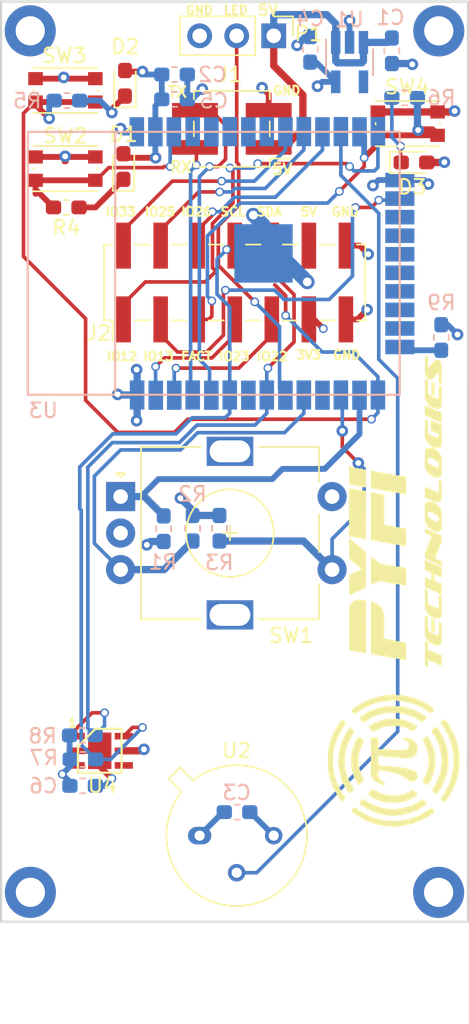
<source format=kicad_pcb>
(kicad_pcb (version 20171130) (host pcbnew 5.1.2-f72e74a~84~ubuntu19.04.1)
  (title_block (title "Liger v0.2") (date 2016-09-21) (company PYFI))
  (layers (0 F.Cu signal) (1 In1.Cu power) (2 In2.Cu power) (31 B.Cu signal) (34 B.Paste user) (35 F.Paste user) (36 B.SilkS user) (37 F.SilkS user) (38 B.Mask user) (39 F.Mask user) (44 Edge.Cuts user))
  (net 0 "")
  (net 1 GND)
  (net 2 "Net-(D1-Pad1)")
  (net 3 "Net-(D2-Pad1)")
  (net 4 "Net-(D3-Pad1)")
  (net 5 /3V3)
  (net 6 /TXD)
  (net 7 /RXD)
  (net 8 /5V)
  (net 9 /microcontroller/SDA)
  (net 10 /microcontroller/IO22)
  (net 11 /microcontroller/SCL)
  (net 12 /microcontroller/IO23)
  (net 13 /microcontroller/IO26)
  (net 14 /microcontroller/IO13)
  (net 15 /microcontroller/IO25)
  (net 16 /microcontroller/IO12)
  (net 17 /microcontroller/IO33)
  (net 18 /LED_IO)
  (net 19 /CLK_IO)
  (net 20 /DT_IO)
  (net 21 /microcontroller/EN)
  (net 22 /microcontroller/PROG)
  (net 23 /microcontroller/FACT)
  (net 24 /SW_IO)
  (net 25 /PIR_IO)
  (net 26 "Net-(U3-Pad5)")
  (net 27 "Net-(U3-Pad4)")
  (net 28 /microcontroller/IO32)
  (net 29 /microcontroller/IO35)
  (net 30 /microcontroller/IO34)
  (net 31 /microcontroller/IO17)
  (net 32 "Net-(U3-Pad18)")
  (net 33 "Net-(U3-Pad17)")
  (net 34 "Net-(U3-Pad21)")
  (net 35 "Net-(U3-Pad22)")
  (net 36 "Net-(U3-Pad20)")
  (net 37 "Net-(U3-Pad19)")
  (net 38 "Net-(U3-Pad23)")
  (net 39 /microcontroller/5V)
  (net 40 "Net-(R9-Pad2)")
  (module open-automation:LOGO (layer F.Cu) (at 158.79366 100.22242 90)
    (fp_text reference LOGO hide)
    (fp_text value "" (at -24.5 -19.03 90) (layer F.SilkS) (effects (font (size 1.524 1.524))))
  )
  (module Capacitor_SMD:C_0603_1608Metric_Pad1.05x0.95mm_HandSolder (layer B.Cu) (at 136.09366 108.62242)
    (fp_text reference C6 (at -2.7 0) (layer B.SilkS) (effects (justify mirror)))
    (fp_text value C_0.1uF)
    (pad 2 smd roundrect (at 0.875 0) (size 1.05 0.95) (layers B.Cu B.Paste B.Mask) (net 1 GND))
    (pad 1 smd roundrect (at -0.875 0) (size 1.05 0.95) (layers B.Cu B.Paste B.Mask) (net 5 /3V3))
  )
  (module Resistor_SMD:R_0603_1608Metric_Pad1.05x0.95mm_HandSolder (layer B.Cu) (at 145.47342 90.98534 90)
    (fp_text reference R3 (at -2.3495 -0.01524 180) (layer B.SilkS) (effects (justify mirror)))
    (fp_text value R_10K)
    (pad 2 smd roundrect (at 0.875 0 90) (size 1.05 0.95) (layers B.Cu B.Paste B.Mask) (net 5 /3V3))
    (pad 1 smd roundrect (at -0.875 0 90) (size 1.05 0.95) (layers B.Cu B.Paste B.Mask) (net 24 /SW_IO))
  )
  (module Button_Switch_SMD:SW_Push_1P1T_NO_CK_KMR2 (layer F.Cu) (at 134.9121 61.00572 180)
    (fp_text reference SW3 (at 0.0762 2.3833) (layer F.SilkS))
    (fp_text value SW_PUSH)
    (pad 2 smd rect (at 2.05 0.8 270) (size 0.9 1) (layers F.Cu F.Paste F.Mask) (net 1 GND))
    (pad 1 smd rect (at 2.05 -0.8 270) (size 0.9 1) (layers F.Cu F.Paste F.Mask) (net 22 /microcontroller/PROG))
    (pad 2 smd rect (at -2.05 0.8 270) (size 0.9 1) (layers F.Cu F.Paste F.Mask) (net 1 GND))
    (pad 1 smd rect (at -2.05 -0.8 270) (size 0.9 1) (layers F.Cu F.Paste F.Mask) (net 22 /microcontroller/PROG))
  )
  (module Button_Switch_SMD:SW_Push_1P1T_NO_CK_KMR2 (layer F.Cu) (at 158.37884 63.2856 180)
    (fp_text reference SW4 (at 0.04296 2.52232) (layer F.SilkS))
    (fp_text value SW_PUSH)
    (pad 2 smd rect (at 2.05 0.8 270) (size 0.9 1) (layers F.Cu F.Paste F.Mask) (net 1 GND))
    (pad 1 smd rect (at 2.05 -0.8 270) (size 0.9 1) (layers F.Cu F.Paste F.Mask) (net 23 /microcontroller/FACT))
    (pad 2 smd rect (at -2.05 0.8 270) (size 0.9 1) (layers F.Cu F.Paste F.Mask) (net 1 GND))
    (pad 1 smd rect (at -2.05 -0.8 270) (size 0.9 1) (layers F.Cu F.Paste F.Mask) (net 23 /microcontroller/FACT))
  )
  (module Package_TO_SOT_SMD:SOT-23-5_HandSoldering (layer B.Cu) (at 154.39366 59.07242 270)
    (fp_text reference U1 (at -2.9083 0.02032 180) (layer B.SilkS) (effects (justify mirror)))
    (fp_text value AP2112)
    (pad 5 smd rect (at 1.35 0.95 270) (size 1.56 0.65) (layers B.Cu B.Paste B.Mask) (net 5 /3V3))
    (pad 4 smd rect (at 1.35 -0.95 270) (size 1.56 0.65) (layers B.Cu B.Paste B.Mask))
    (pad 3 smd rect (at -1.35 -0.95 270) (size 1.56 0.65) (layers B.Cu B.Paste B.Mask) (net 8 /5V))
    (pad 2 smd rect (at -1.35 0 270) (size 1.56 0.65) (layers B.Cu B.Paste B.Mask) (net 1 GND))
    (pad 1 smd rect (at -1.35 0.95 270) (size 1.56 0.65) (layers B.Cu B.Paste B.Mask) (net 8 /5V))
  )
  (module Button_Switch_SMD:SW_Push_1P1T_NO_CK_KMR2 (layer F.Cu) (at 134.9121 66.36484 180)
    (fp_text reference SW2 (at 0 2.24242) (layer F.SilkS))
    (fp_text value SW_PUSH)
    (pad 2 smd rect (at 2.05 0.8 270) (size 0.9 1) (layers F.Cu F.Paste F.Mask) (net 1 GND))
    (pad 1 smd rect (at 2.05 -0.8 270) (size 0.9 1) (layers F.Cu F.Paste F.Mask) (net 21 /microcontroller/EN))
    (pad 2 smd rect (at -2.05 0.8 270) (size 0.9 1) (layers F.Cu F.Paste F.Mask) (net 1 GND))
    (pad 1 smd rect (at -2.05 -0.8 270) (size 0.9 1) (layers F.Cu F.Paste F.Mask) (net 21 /microcontroller/EN))
  )
  (module Connector_PinHeader_2.54mm:PinHeader_1x03_P2.54mm_Vertical (layer F.Cu) (at 149.19452 57.27192 270)
    (fp_text reference P1 (at -0.1495 -2.39914 180) (layer F.SilkS))
    (fp_text value CONN_01X03)
    (pad 3 thru_hole oval (at 0 5.08 270) (size 1.7 1.7) (drill 1) (layers *.Cu *.Mask) (net 1 GND))
    (pad 2 thru_hole oval (at 0 2.54 270) (size 1.7 1.7) (drill 1) (layers *.Cu *.Mask) (net 18 /LED_IO))
    (pad 1 thru_hole rect (at 0 0 270) (size 1.7 1.7) (drill 1) (layers *.Cu *.Mask) (net 8 /5V))
  )
  (module Capacitor_SMD:C_0603_1608Metric_Pad1.05x0.95mm_HandSolder (layer B.Cu) (at 157.29366 58.29742 270)
    (fp_text reference C1 (at -2.275 0.1 180) (layer B.SilkS) (effects (justify mirror)))
    (fp_text value C_1uF)
    (pad 2 smd roundrect (at 0.875 0 270) (size 1.05 0.95) (layers B.Cu B.Paste B.Mask) (net 1 GND))
    (pad 1 smd roundrect (at -0.875 0 270) (size 1.05 0.95) (layers B.Cu B.Paste B.Mask) (net 8 /5V))
  )
  (module Capacitor_SMD:C_0603_1608Metric_Pad1.05x0.95mm_HandSolder (layer B.Cu) (at 142.39366 59.92242)
    (fp_text reference C2 (at 2.6 0 180) (layer B.SilkS) (effects (justify mirror)))
    (fp_text value C_1uF)
    (pad 2 smd roundrect (at 0.875 0) (size 1.05 0.95) (layers B.Cu B.Paste B.Mask) (net 1 GND))
    (pad 1 smd roundrect (at -0.875 0) (size 1.05 0.95) (layers B.Cu B.Paste B.Mask) (net 5 /3V3))
  )
  (module Capacitor_SMD:C_0603_1608Metric_Pad1.05x0.95mm_HandSolder (layer B.Cu) (at 146.67738 110.42142)
    (fp_text reference C3 (at -0.02032 -1.3335) (layer B.SilkS) (effects (justify mirror)))
    (fp_text value C_0.1uF)
    (pad 2 smd roundrect (at 0.875 0) (size 1.05 0.95) (layers B.Cu B.Paste B.Mask) (net 1 GND))
    (pad 1 smd roundrect (at -0.875 0) (size 1.05 0.95) (layers B.Cu B.Paste B.Mask) (net 5 /3V3))
  )
  (module Connector_PinHeader_2.54mm:PinHeader_2x07_P2.54mm_Vertical_SMD (layer F.Cu) (at 146.5214 74.16212 90)
    (fp_text reference J2 (at -3.4603 -9.32774 180) (layer F.SilkS))
    (fp_text value Conn_02x07_Odd_Even)
    (pad 14 smd rect (at 2.525 7.62 90) (size 3.15 1) (layers F.Cu F.Paste F.Mask) (net 1 GND))
    (pad 13 smd rect (at -2.525 7.62 90) (size 3.15 1) (layers F.Cu F.Paste F.Mask) (net 1 GND))
    (pad 12 smd rect (at 2.525 5.08 90) (size 3.15 1) (layers F.Cu F.Paste F.Mask) (net 39 /microcontroller/5V))
    (pad 11 smd rect (at -2.525 5.08 90) (size 3.15 1) (layers F.Cu F.Paste F.Mask) (net 5 /3V3))
    (pad 10 smd rect (at 2.525 2.54 90) (size 3.15 1) (layers F.Cu F.Paste F.Mask) (net 9 /microcontroller/SDA))
    (pad 9 smd rect (at -2.525 2.54 90) (size 3.15 1) (layers F.Cu F.Paste F.Mask) (net 10 /microcontroller/IO22))
    (pad 8 smd rect (at 2.525 0 90) (size 3.15 1) (layers F.Cu F.Paste F.Mask) (net 11 /microcontroller/SCL))
    (pad 7 smd rect (at -2.525 0 90) (size 3.15 1) (layers F.Cu F.Paste F.Mask) (net 12 /microcontroller/IO23))
    (pad 6 smd rect (at 2.525 -2.54 90) (size 3.15 1) (layers F.Cu F.Paste F.Mask) (net 13 /microcontroller/IO26))
    (pad 5 smd rect (at -2.525 -2.54 90) (size 3.15 1) (layers F.Cu F.Paste F.Mask) (net 23 /microcontroller/FACT))
    (pad 4 smd rect (at 2.525 -5.08 90) (size 3.15 1) (layers F.Cu F.Paste F.Mask) (net 15 /microcontroller/IO25))
    (pad 3 smd rect (at -2.525 -5.08 90) (size 3.15 1) (layers F.Cu F.Paste F.Mask) (net 14 /microcontroller/IO13))
    (pad 2 smd rect (at 2.525 -7.62 90) (size 3.15 1) (layers F.Cu F.Paste F.Mask) (net 17 /microcontroller/IO33))
    (pad 1 smd rect (at -2.525 -7.62 90) (size 3.15 1) (layers F.Cu F.Paste F.Mask) (net 16 /microcontroller/IO12))
  )
  (module Connector_PinHeader_2.54mm:PinHeader_2x02_P2.54mm_Vertical_SMD (layer F.Cu) (at 146.3194 63.64224 180)
    (fp_text reference J1 (at 0.12574 3.71982) (layer F.SilkS))
    (fp_text value Conn_02x02_Odd_Even)
    (pad 4 smd rect (at 2.525 1.27 180) (size 3.15 1) (layers F.Cu F.Paste F.Mask) (net 7 /RXD))
    (pad 3 smd rect (at -2.525 1.27 180) (size 3.15 1) (layers F.Cu F.Paste F.Mask) (net 1 GND))
    (pad 2 smd rect (at 2.525 -1.27 180) (size 3.15 1) (layers F.Cu F.Paste F.Mask) (net 6 /TXD))
    (pad 1 smd rect (at -2.525 -1.27 180) (size 3.15 1) (layers F.Cu F.Paste F.Mask) (net 8 /5V))
  )
  (module open-automation:SI7020-A20 (layer F.Cu) (at 137.29366 106.22242)
    (fp_text reference U4 (at 0.15 2.37) (layer F.SilkS))
    (fp_text value SI7020-A20)
    (pad 2 smd rect (at -0.03 0) (size 1.6 2.5) (layers F.Cu F.Paste F.Mask) (net 1 GND))
    (pad 4 smd rect (at 1.62 1) (size 1.25 0.45) (layers F.Cu F.Paste F.Mask))
    (pad 6 smd rect (at 1.62 -1) (size 1.25 0.45) (layers F.Cu F.Paste F.Mask) (net 11 /microcontroller/SCL))
    (pad 5 smd rect (at 1.62 0) (size 1.25 0.45) (layers F.Cu F.Paste F.Mask) (net 5 /3V3))
    (pad 3 smd rect (at -1.68 1) (size 1.25 0.45) (layers F.Cu F.Paste F.Mask))
    (pad 2 smd rect (at -1.68 0) (size 1.25 0.45) (layers F.Cu F.Paste F.Mask) (net 1 GND))
    (pad 1 smd rect (at -1.68 -1) (size 1.25 0.45) (layers F.Cu F.Paste F.Mask) (net 9 /microcontroller/SDA))
  )
  (module open-automation:ESP-WROOM-32 (layer B.Cu) (at 141.07662 63.84544 270)
    (fp_text reference U3 (at 19.07698 7.68296 180) (layer B.SilkS) (effects (justify mirror)))
    (fp_text value ESP-WROOM-32)
    (pad 1 smd rect (at 8.32612 -7.4168 270) (size 4 4) (layers B.Cu B.Paste B.Mask) (net 1 GND))
    (pad 1 smd rect (at 0 1.27 270) (size 2 1) (layers B.Cu B.Paste B.Mask) (net 1 GND) (clearance 0.1))
    (pad 2 smd rect (at 0 0 270) (size 2 1) (layers B.Cu B.Paste B.Mask) (net 5 /3V3))
    (pad 5 smd rect (at 0 -3.838 270) (size 2 1) (layers B.Cu B.Paste B.Mask) (net 26 "Net-(U3-Pad5)"))
    (pad 4 smd rect (at -0.016 -2.56 270) (size 2 1) (layers B.Cu B.Paste B.Mask) (net 27 "Net-(U3-Pad4)"))
    (pad 8 smd rect (at -0.016 -7.64 270) (size 2 1) (layers B.Cu B.Paste B.Mask) (net 28 /microcontroller/IO32))
    (pad 9 smd rect (at 0 -8.918 270) (size 2 1) (layers B.Cu B.Paste B.Mask) (net 17 /microcontroller/IO33))
    (pad 7 smd rect (at 0 -6.378 270) (size 2 1) (layers B.Cu B.Paste B.Mask) (net 29 /microcontroller/IO35))
    (pad 6 smd rect (at -0.016 -5.1 270) (size 2 1) (layers B.Cu B.Paste B.Mask) (net 30 /microcontroller/IO34))
    (pad 14 smd rect (at -0.016 -15.26 270) (size 2 1) (layers B.Cu B.Paste B.Mask) (net 16 /microcontroller/IO12))
    (pad 12 smd rect (at -0.016 -12.72 270) (size 2 1) (layers B.Cu B.Paste B.Mask) (net 25 /PIR_IO))
    (pad 13 smd rect (at 0 -13.998 270) (size 2 1) (layers B.Cu B.Paste B.Mask) (net 23 /microcontroller/FACT))
    (pad 11 smd rect (at 0 -11.458 270) (size 2 1) (layers B.Cu B.Paste B.Mask) (net 13 /microcontroller/IO26))
    (pad 10 smd rect (at -0.016 -10.18 270) (size 2 1) (layers B.Cu B.Paste B.Mask) (net 15 /microcontroller/IO25))
    (pad 29 smd rect (at 18.018 -10.18 270) (size 2 1) (layers B.Cu B.Paste B.Mask) (net 20 /DT_IO))
    (pad 28 smd rect (at 18.034 -11.458 270) (size 2 1) (layers B.Cu B.Paste B.Mask) (net 31 /microcontroller/IO17))
    (pad 26 smd rect (at 18.034 -13.998 270) (size 2 1) (layers B.Cu B.Paste B.Mask) (net 19 /CLK_IO))
    (pad 27 smd rect (at 18.018 -12.72 270) (size 2 1) (layers B.Cu B.Paste B.Mask) (net 24 /SW_IO))
    (pad 25 smd rect (at 18.018 -15.26 270) (size 2 1) (layers B.Cu B.Paste B.Mask) (net 22 /microcontroller/PROG))
    (pad 33 smd rect (at 18.018 -5.1 270) (size 2 1) (layers B.Cu B.Paste B.Mask) (net 11 /microcontroller/SCL))
    (pad 32 smd rect (at 18.034 -6.378 270) (size 2 1) (layers B.Cu B.Paste B.Mask))
    (pad 30 smd rect (at 18.034 -8.918 270) (size 2 1) (layers B.Cu B.Paste B.Mask) (net 18 /LED_IO))
    (pad 31 smd rect (at 18.018 -7.64 270) (size 2 1) (layers B.Cu B.Paste B.Mask) (net 9 /microcontroller/SDA))
    (pad 35 smd rect (at 18.018 -2.56 270) (size 2 1) (layers B.Cu B.Paste B.Mask) (net 6 /TXD))
    (pad 34 smd rect (at 18.034 -3.838 270) (size 2 1) (layers B.Cu B.Paste B.Mask) (net 7 /RXD))
    (pad 37 smd rect (at 18.034 -0.028 270) (size 2 1) (layers B.Cu B.Paste B.Mask) (net 12 /microcontroller/IO23))
    (pad 1 smd rect (at 18.018 1.25 270) (size 2 1) (layers B.Cu B.Paste B.Mask) (net 1 GND) (clearance 0.1))
    (pad 1 smd rect (at 3.302 -16.764 270) (size 1 2) (layers B.Cu B.Paste B.Mask) (net 1 GND) (clearance 0.1))
    (pad 16 smd rect (at 4.572 -16.764 270) (size 1 2) (layers B.Cu B.Paste B.Mask) (net 14 /microcontroller/IO13))
    (pad 18 smd rect (at 7.112 -16.764 270) (size 1 2) (layers B.Cu B.Paste B.Mask) (net 32 "Net-(U3-Pad18)"))
    (pad 17 smd rect (at 5.842 -16.764 270) (size 1 2) (layers B.Cu B.Paste B.Mask) (net 33 "Net-(U3-Pad17)"))
    (pad 21 smd rect (at 10.922 -16.764 270) (size 1 2) (layers B.Cu B.Paste B.Mask) (net 34 "Net-(U3-Pad21)"))
    (pad 22 smd rect (at 12.192 -16.764 270) (size 1 2) (layers B.Cu B.Paste B.Mask) (net 35 "Net-(U3-Pad22)"))
    (pad 20 smd rect (at 9.652 -16.764 270) (size 1 2) (layers B.Cu B.Paste B.Mask) (net 36 "Net-(U3-Pad20)"))
    (pad 19 smd rect (at 8.382 -16.764 270) (size 1 2) (layers B.Cu B.Paste B.Mask) (net 37 "Net-(U3-Pad19)"))
    (pad 24 smd rect (at 14.732 -16.764 270) (size 1 2) (layers B.Cu B.Paste B.Mask) (net 40 "Net-(R9-Pad2)"))
    (pad 23 smd rect (at 13.462 -16.764 270) (size 1 2) (layers B.Cu B.Paste B.Mask) (net 38 "Net-(U3-Pad23)"))
    (pad 36 smd rect (at 18.034 -1.298 270) (size 2 1) (layers B.Cu B.Paste B.Mask) (net 10 /microcontroller/IO22))
    (pad 3 smd rect (at 0 -1.27 270) (size 2 1) (layers B.Cu B.Paste B.Mask) (net 21 /microcontroller/EN))
  )
  (module Package_TO_SOT_THT:TO-5-3 (layer F.Cu) (at 144.11198 112.03178)
    (fp_text reference U2 (at 2.54 -5.82) (layer F.SilkS))
    (fp_text value PIR-DIGITAL)
    (pad 3 thru_hole oval (at 5.08 0) (size 1.2 1.2) (drill 0.7) (layers *.Cu *.Mask) (net 1 GND))
    (pad 2 thru_hole oval (at 2.54 2.54) (size 1.2 1.2) (drill 0.7) (layers *.Cu *.Mask) (net 25 /PIR_IO))
    (pad 1 thru_hole oval (at 0 0) (size 1.6 1.2) (drill 0.7) (layers *.Cu *.Mask) (net 5 /3V3))
  )
  (module Rotary_Encoder:RotaryEncoder_Alps_EC11E-Switch_Vertical_H20mm (layer F.Cu) (at 138.69416 88.81872)
    (fp_text reference SW1 (at 11.6995 9.5037) (layer F.SilkS))
    (fp_text value Rotary_Encoder_Switch)
    (pad A thru_hole rect (at 0 0) (size 2 2) (drill 1) (layers *.Cu *.Mask) (net 19 /CLK_IO))
    (pad C thru_hole circle (at 0 2.5) (size 2 2) (drill 1) (layers *.Cu *.Mask) (net 1 GND))
    (pad B thru_hole circle (at 0 5) (size 2 2) (drill 1) (layers *.Cu *.Mask) (net 20 /DT_IO))
    (pad MP thru_hole rect (at 7.5 -3.1) (size 3.2 2) (drill oval 2.8 1.5) (layers *.Cu *.Mask))
    (pad MP thru_hole rect (at 7.5 8.1) (size 3.2 2) (drill oval 2.8 1.5) (layers *.Cu *.Mask))
    (pad S2 thru_hole circle (at 14.5 0) (size 2 2) (drill 1) (layers *.Cu *.Mask) (net 1 GND))
    (pad S1 thru_hole circle (at 14.5 5) (size 2 2) (drill 1) (layers *.Cu *.Mask) (net 24 /SW_IO))
  )
  (module Resistor_SMD:R_0603_1608Metric_Pad1.05x0.95mm_HandSolder (layer B.Cu) (at 160.6804 77.9272 270)
    (fp_text reference R9 (at -2.3876 -0.01016) (layer B.SilkS) (effects (justify mirror)))
    (fp_text value R_10K)
    (pad 2 smd roundrect (at 0.875 0 270) (size 1.05 0.95) (layers B.Cu B.Paste B.Mask) (net 40 "Net-(R9-Pad2)"))
    (pad 1 smd roundrect (at -0.875 0 270) (size 1.05 0.95) (layers B.Cu B.Paste B.Mask) (net 1 GND))
  )
  (module Resistor_SMD:R_0603_1608Metric_Pad1.05x0.95mm_HandSolder (layer B.Cu) (at 136.07158 105.16616)
    (fp_text reference R8 (at -2.72208 0.04374) (layer B.SilkS) (effects (justify mirror)))
    (fp_text value R_10K)
    (pad 2 smd roundrect (at 0.875 0) (size 1.05 0.95) (layers B.Cu B.Paste B.Mask) (net 9 /microcontroller/SDA))
    (pad 1 smd roundrect (at -0.875 0) (size 1.05 0.95) (layers B.Cu B.Paste B.Mask) (net 5 /3V3))
  )
  (module Resistor_SMD:R_0603_1608Metric_Pad1.05x0.95mm_HandSolder (layer B.Cu) (at 136.11222 106.81208)
    (fp_text reference R7 (at -2.68144 -0.11034) (layer B.SilkS) (effects (justify mirror)))
    (fp_text value R_10K)
    (pad 2 smd roundrect (at 0.875 0) (size 1.05 0.95) (layers B.Cu B.Paste B.Mask) (net 11 /microcontroller/SCL))
    (pad 1 smd roundrect (at -0.875 0) (size 1.05 0.95) (layers B.Cu B.Paste B.Mask) (net 5 /3V3))
  )
  (module Resistor_SMD:R_0603_1608Metric_Pad1.05x0.95mm_HandSolder (layer B.Cu) (at 158.16866 61.52242 180)
    (fp_text reference R6 (at -2.525 0) (layer B.SilkS) (effects (justify mirror)))
    (fp_text value R_10K)
    (pad 2 smd roundrect (at 0.875 0 180) (size 1.05 0.95) (layers B.Cu B.Paste B.Mask) (net 4 "Net-(D3-Pad1)"))
    (pad 1 smd roundrect (at -0.875 0 180) (size 1.05 0.95) (layers B.Cu B.Paste B.Mask) (net 23 /microcontroller/FACT))
  )
  (module Resistor_SMD:R_0603_1608Metric_Pad1.05x0.95mm_HandSolder (layer B.Cu) (at 135.0137 61.70676)
    (fp_text reference R5 (at -2.72004 0.01566) (layer B.SilkS) (effects (justify mirror)))
    (fp_text value R_10K)
    (pad 2 smd roundrect (at 0.875 0) (size 1.05 0.95) (layers B.Cu B.Paste B.Mask) (net 3 "Net-(D2-Pad1)"))
    (pad 1 smd roundrect (at -0.875 0) (size 1.05 0.95) (layers B.Cu B.Paste B.Mask) (net 22 /microcontroller/PROG))
  )
  (module Resistor_SMD:R_0603_1608Metric_Pad1.05x0.95mm_HandSolder (layer F.Cu) (at 134.96866 69.02242)
    (fp_text reference R4 (at 0 1.4) (layer F.SilkS))
    (fp_text value R_10K)
    (pad 2 smd roundrect (at 0.875 0) (size 1.05 0.95) (layers F.Cu F.Paste F.Mask) (net 2 "Net-(D1-Pad1)"))
    (pad 1 smd roundrect (at -0.875 0) (size 1.05 0.95) (layers F.Cu F.Paste F.Mask) (net 21 /microcontroller/EN))
  )
  (module Resistor_SMD:R_0603_1608Metric_Pad1.05x0.95mm_HandSolder (layer B.Cu) (at 143.63192 90.98664 90)
    (fp_text reference R2 (at 2.34696 -0.00508 180) (layer B.SilkS) (effects (justify mirror)))
    (fp_text value R_10K)
    (pad 2 smd roundrect (at 0.875 0 90) (size 1.05 0.95) (layers B.Cu B.Paste B.Mask) (net 5 /3V3))
    (pad 1 smd roundrect (at -0.875 0 90) (size 1.05 0.95) (layers B.Cu B.Paste B.Mask) (net 20 /DT_IO))
  )
  (module Resistor_SMD:R_0603_1608Metric_Pad1.05x0.95mm_HandSolder (layer B.Cu) (at 141.64818 91.01706 270)
    (fp_text reference R1 (at 2.2873 0.0635) (layer B.SilkS) (effects (justify mirror)))
    (fp_text value R_10K)
    (pad 2 smd roundrect (at 0.875 0 270) (size 1.05 0.95) (layers B.Cu B.Paste B.Mask) (net 5 /3V3))
    (pad 1 smd roundrect (at -0.875 0 270) (size 1.05 0.95) (layers B.Cu B.Paste B.Mask) (net 19 /CLK_IO))
  )
  (module Diode_SMD:D_0603_1608Metric_Pad1.05x0.95mm_HandSolder (layer F.Cu) (at 158.80832 65.94234)
    (fp_text reference D3 (at -0.11466 1.68008) (layer F.SilkS))
    (fp_text value LED_G)
    (pad 2 smd roundrect (at 0.875 0) (size 1.05 0.95) (layers F.Cu F.Paste F.Mask) (net 5 /3V3))
    (pad 1 smd roundrect (at -0.875 0) (size 1.05 0.95) (layers F.Cu F.Paste F.Mask) (net 4 "Net-(D3-Pad1)"))
  )
  (module Diode_SMD:D_0603_1608Metric_Pad1.05x0.95mm_HandSolder (layer F.Cu) (at 138.99366 60.52242 90)
    (fp_text reference D2 (at 2.50444 0.02032 180) (layer F.SilkS))
    (fp_text value LED_G)
    (pad 2 smd roundrect (at 0.875 0 90) (size 1.05 0.95) (layers F.Cu F.Paste F.Mask) (net 5 /3V3))
    (pad 1 smd roundrect (at -0.875 0 90) (size 1.05 0.95) (layers F.Cu F.Paste F.Mask) (net 3 "Net-(D2-Pad1)"))
  )
  (module Diode_SMD:D_0603_1608Metric_Pad1.05x0.95mm_HandSolder (layer F.Cu) (at 138.89366 66.22242 90)
    (fp_text reference D1 (at 2.2 0 180) (layer F.SilkS))
    (fp_text value LED_G)
    (pad 2 smd roundrect (at 0.875 0 90) (size 1.05 0.95) (layers F.Cu F.Paste F.Mask) (net 5 /3V3))
    (pad 1 smd roundrect (at -0.875 0 90) (size 1.05 0.95) (layers F.Cu F.Paste F.Mask) (net 2 "Net-(D1-Pad1)"))
  )
  (module Capacitor_SMD:C_0603_1608Metric_Pad1.05x0.95mm_HandSolder (layer B.Cu) (at 142.39366 61.62242)
    (fp_text reference C5 (at 2.7 0.1 180) (layer B.SilkS) (effects (justify mirror)))
    (fp_text value C_1uF)
    (pad 2 smd roundrect (at 0.875 0) (size 1.05 0.95) (layers B.Cu B.Paste B.Mask) (net 1 GND))
    (pad 1 smd roundrect (at -0.875 0) (size 1.05 0.95) (layers B.Cu B.Paste B.Mask) (net 5 /3V3))
  )
  (module Capacitor_SMD:C_0603_1608Metric_Pad1.05x0.95mm_HandSolder (layer B.Cu) (at 151.69366 58.19742 90)
    (fp_text reference C4 (at 2.1 0) (layer B.SilkS) (effects (justify mirror)))
    (fp_text value C_10uF)
    (pad 2 smd roundrect (at 0.875 0 90) (size 1.05 0.95) (layers B.Cu B.Paste B.Mask) (net 1 GND))
    (pad 1 smd roundrect (at -0.875 0 90) (size 1.05 0.95) (layers B.Cu B.Paste B.Mask) (net 5 /3V3))
  )
  (gr_text 1 (at 135.39366 104.32242) (layer F.SilkS) (effects (font (size 0.6 0.6))))
  (gr_text GND (at 154.09366 69.32242) (layer F.SilkS) (effects (font (size 0.6 0.6))))
  (gr_text SDA (at 148.89366 69.32242) (layer F.SilkS) (effects (font (size 0.6 0.6))))
  (gr_text 5V (at 151.59366 69.32242) (layer F.SilkS) (effects (font (size 0.6 0.6))))
  (gr_text IO26 (at 143.89366 69.32242) (layer F.SilkS) (effects (font (size 0.6 0.6))))
  (gr_text SCL (at 146.39366 69.32242) (layer F.SilkS) (effects (font (size 0.6 0.6))))
  (gr_text IO25 (at 141.39366 69.32242) (layer F.SilkS) (effects (font (size 0.6 0.6))))
  (gr_text IO33 (at 138.69366 69.32242) (layer F.SilkS) (effects (font (size 0.6 0.6))))
  (gr_text GND (at 154.19366 79.12242) (layer F.SilkS) (effects (font (size 0.6 0.6))))
  (gr_text 3V3 (at 151.59366 79.12242) (layer F.SilkS) (effects (font (size 0.6 0.6))))
  (gr_text IO22 (at 149.09366 79.22242) (layer F.SilkS) (effects (font (size 0.6 0.6))))
  (gr_text IO23 (at 146.49366 79.22242) (layer F.SilkS) (effects (font (size 0.6 0.6))))
  (gr_text FACT (at 143.89366 79.22242) (layer F.SilkS) (effects (font (size 0.6 0.6))))
  (gr_text IO13 (at 141.29366 79.22242) (layer F.SilkS) (effects (font (size 0.6 0.6))))
  (gr_text IO12 (at 138.79366 79.22242) (layer F.SilkS) (effects (font (size 0.6 0.6))))
  (gr_text LED (at 146.59366 55.52242) (layer F.SilkS) (effects (font (size 0.6 0.6))))
  (gr_text TX (at 142.59366 61.12242) (layer F.SilkS) (effects (font (size 0.75 0.75))))
  (gr_text 5V (at 149.77404 66.41338) (layer F.SilkS) (effects (font (size 0.75 0.75))))
  (gr_line (start 130.50012 54.93004) (end 130.50012 117.9195) (layer Edge.Cuts) (width 0.15))
  (gr_text 5V (at 148.79366 55.52242) (layer F.SilkS) (effects (font (size 0.75 0.75))))
  (gr_text GND (at 150.09366 61.02242) (layer F.SilkS) (effects (font (size 0.6 0.6))))
  (gr_text RX (at 142.82206 66.26606) (layer F.SilkS) (effects (font (size 0.75 0.75))))
  (gr_text GND (at 144.09366 55.52242) (layer F.SilkS) (effects (font (size 0.6 0.6))))
  (gr_line (start 162.5092 117.9195) (end 162.51428 54.93004) (layer Edge.Cuts) (width 0.15))
  (gr_line (start 162.51428 54.93004) (end 130.50012 54.93064) (layer Edge.Cuts) (width 0.15))
  (gr_line (start 130.50012 117.9195) (end 162.5092 117.9195) (layer Edge.Cuts) (width 0.15))
  (via (at 132.50926 115.9129) (size 3.5) (drill 2) (layers F.Cu B.Cu) (net 0))
  (via (at 160.49752 115.91544) (size 3.5) (drill 2) (layers F.Cu B.Cu) (net 0))
  (via (at 160.51022 56.9341) (size 3.5) (drill 2) (layers F.Cu B.Cu) (net 1))
  (via (at 132.4991 56.92902) (size 3.5) (drill 2) (layers F.Cu B.Cu) (net 1))
  (segment (start 132.8621 60.20572) (end 134.71036 60.20572) (width 0.4) (layer F.Cu) (net 1))
  (via (at 134.79366 60.12242) (size 0.8) (drill 0.4) (layers F.Cu B.Cu) (net 1))
  (segment (start 134.71036 60.20572) (end 134.79366 60.12242) (width 0.4) (layer F.Cu) (net 1))
  (segment (start 134.87696 60.20572) (end 134.79366 60.12242) (width 0.4) (layer F.Cu) (net 1))
  (segment (start 136.9621 60.20572) (end 134.87696 60.20572) (width 0.4) (layer F.Cu) (net 1))
  (via (at 134.89366 65.52242) (size 0.8) (drill 0.4) (layers F.Cu B.Cu) (net 1))
  (segment (start 132.8621 65.56484) (end 134.85124 65.56484) (width 0.4) (layer F.Cu) (net 1))
  (segment (start 134.85124 65.86484) (end 134.89366 65.82242) (width 0.4) (layer F.Cu) (net 1))
  (segment (start 134.93608 65.86484) (end 134.89366 65.82242) (width 0.4) (layer F.Cu) (net 1))
  (segment (start 136.9621 65.56484) (end 134.93608 65.56484) (width 0.4) (layer F.Cu) (net 1))
  (segment (start 143.26866 59.92242) (end 143.26866 61.62242) (width 0.4) (layer B.Cu) (net 1))
  (via (at 144.29366 60.92242) (size 0.8) (drill 0.4) (layers F.Cu B.Cu) (net 1))
  (segment (start 143.26866 61.62242) (end 143.59366 61.62242) (width 0.4) (layer B.Cu) (net 1))
  (segment (start 143.59366 61.62242) (end 144.29366 60.92242) (width 0.4) (layer B.Cu) (net 1))
  (via (at 148.39366 60.82242) (size 0.8) (drill 0.4) (layers F.Cu B.Cu) (net 1))
  (segment (start 148.8444 62.37224) (end 148.8444 61.27316) (width 0.4) (layer F.Cu) (net 1))
  (segment (start 148.8444 61.27316) (end 148.39366 60.82242) (width 0.4) (layer F.Cu) (net 1))
  (via (at 155.59366 76.02242) (size 0.8) (drill 0.4) (layers F.Cu B.Cu) (net 1))
  (segment (start 154.1414 76.68712) (end 154.92896 76.68712) (width 0.4) (layer F.Cu) (net 1))
  (segment (start 154.92896 76.68712) (end 155.59366 76.02242) (width 0.4) (layer F.Cu) (net 1))
  (via (at 161.79366 77.72242) (size 0.8) (drill 0.4) (layers F.Cu B.Cu) (net 1))
  (segment (start 160.6804 77.0522) (end 161.12344 77.0522) (width 0.4) (layer B.Cu) (net 1))
  (segment (start 161.12344 77.0522) (end 161.79366 77.72242) (width 0.4) (layer B.Cu) (net 1))
  (via (at 154.39366 56.22242) (size 0.8) (drill 0.4) (layers F.Cu B.Cu) (net 1))
  (segment (start 154.39366 57.72242) (end 154.39366 56.22242) (width 0.4) (layer B.Cu) (net 1))
  (via (at 158.69366 59.22242) (size 0.8) (drill 0.4) (layers F.Cu B.Cu) (net 1))
  (segment (start 157.29366 59.17242) (end 158.64366 59.17242) (width 0.5) (layer B.Cu) (net 1))
  (segment (start 158.64366 59.17242) (end 158.69366 59.22242) (width 0.5) (layer B.Cu) (net 1))
  (via (at 161.59366 62.42242) (size 0.8) (drill 0.4) (layers F.Cu B.Cu) (net 1))
  (segment (start 160.42884 62.4856) (end 161.53048 62.4856) (width 0.5) (layer F.Cu) (net 1))
  (segment (start 161.53048 62.4856) (end 161.59366 62.42242) (width 0.5) (layer F.Cu) (net 1))
  (segment (start 160.42884 62.4856) (end 156.32884 62.4856) (width 0.5) (layer F.Cu) (net 1))
  (via (at 139.79366 83.62242) (size 0.8) (drill 0.4) (layers F.Cu B.Cu) (net 1))
  (segment (start 139.82662 81.86344) (end 139.82662 83.58946) (width 0.5) (layer B.Cu) (net 1))
  (segment (start 139.82662 83.58946) (end 139.79366 83.62242) (width 0.5) (layer B.Cu) (net 1))
  (via (at 138.49366 81.82242) (size 0.8) (drill 0.4) (layers F.Cu B.Cu) (net 1))
  (segment (start 139.82662 81.86344) (end 138.53468 81.86344) (width 0.5) (layer B.Cu) (net 1))
  (segment (start 138.53468 81.86344) (end 138.49366 81.82242) (width 0.5) (layer B.Cu) (net 1))
  (via (at 139.79366 80.12242) (size 0.8) (drill 0.4) (layers F.Cu B.Cu) (net 1))
  (segment (start 139.82662 81.86344) (end 139.82662 80.15538) (width 0.5) (layer B.Cu) (net 1))
  (segment (start 139.82662 80.15538) (end 139.79366 80.12242) (width 0.5) (layer B.Cu) (net 1))
  (via (at 138.69366 63.62242) (size 0.8) (drill 0.4) (layers F.Cu B.Cu) (net 1))
  (segment (start 139.80662 63.84544) (end 138.91668 63.84544) (width 0.5) (layer B.Cu) (net 1))
  (segment (start 138.91668 63.84544) (end 138.69366 63.62242) (width 0.5) (layer B.Cu) (net 1))
  (segment (start 151.69366 57.32242) (end 151.39366 57.32242) (width 0.5) (layer B.Cu) (net 1))
  (via (at 150.79366 57.92242) (size 0.8) (drill 0.4) (layers F.Cu B.Cu) (net 1))
  (segment (start 151.39366 57.32242) (end 150.79366 57.92242) (width 0.5) (layer B.Cu) (net 1))
  (segment (start 135.61366 106.22242) (end 137.26366 106.22242) (width 0.4) (layer F.Cu) (net 1))
  (via (at 138.09366 108.12242) (size 0.6) (drill 0.4) (layers F.Cu B.Cu) (net 1))
  (segment (start 136.96866 108.62242) (end 137.59366 108.62242) (width 0.4) (layer B.Cu) (net 1))
  (segment (start 137.59366 108.62242) (end 138.09366 108.12242) (width 0.4) (layer B.Cu) (net 1))
  (segment (start 137.26366 107.29242) (end 137.26366 106.22242) (width 0.4) (layer F.Cu) (net 1))
  (segment (start 138.09366 108.12242) (end 137.26366 107.29242) (width 0.4) (layer F.Cu) (net 1))
  (segment (start 147.58162 110.42142) (end 149.19198 112.03178) (width 0.4) (layer B.Cu) (net 1))
  (segment (start 147.55238 110.42142) (end 147.58162 110.42142) (width 0.4) (layer B.Cu) (net 1))
  (via (at 151.49366 74.12242) (size 1) (drill 0.6) (layers F.Cu B.Cu) (net 1))
  (segment (start 148.49342 72.17156) (end 149.5428 72.17156) (width 1) (layer B.Cu) (net 1))
  (segment (start 149.5428 72.17156) (end 151.49366 74.12242) (width 1) (layer B.Cu) (net 1))
  (via (at 155.99366 67.52242) (size 0.8) (drill 0.4) (layers F.Cu B.Cu) (net 1))
  (segment (start 157.84062 67.14744) (end 156.36864 67.14744) (width 0.4) (layer B.Cu) (net 1))
  (segment (start 156.36864 67.14744) (end 155.99366 67.52242) (width 0.4) (layer B.Cu) (net 1))
  (via (at 159.79366 67.42242) (size 0.8) (drill 0.4) (layers F.Cu B.Cu) (net 1))
  (segment (start 157.84062 67.14744) (end 159.51868 67.14744) (width 0.4) (layer B.Cu) (net 1))
  (segment (start 159.51868 67.14744) (end 159.79366 67.42242) (width 0.4) (layer B.Cu) (net 1))
  (via (at 155.66865 72.22242) (size 0.8) (drill 0.4) (layers F.Cu B.Cu) (net 1))
  (segment (start 154.1414 71.63712) (end 155.08335 71.63712) (width 0.4) (layer F.Cu) (net 1))
  (segment (start 155.08335 71.63712) (end 155.268651 71.822421) (width 0.4) (layer F.Cu) (net 1))
  (segment (start 155.268651 71.822421) (end 155.66865 72.22242) (width 0.4) (layer F.Cu) (net 1))
  (segment (start 148.49342 72.17156) (end 148.49342 70.247201) (width 1) (layer B.Cu) (net 1))
  (segment (start 148.293659 70.04744) (end 147.79366 69.547441) (width 1) (layer B.Cu) (net 1))
  (segment (start 148.49342 70.247201) (end 148.293659 70.04744) (width 1) (layer B.Cu) (net 1))
  (via (at 147.79366 69.547441) (size 1) (drill 0.6) (layers F.Cu B.Cu) (net 1))
  (segment (start 136.96866 69.02242) (end 138.89366 67.09742) (width 0.4) (layer F.Cu) (net 2))
  (segment (start 135.84366 69.02242) (end 136.96866 69.02242) (width 0.4) (layer F.Cu) (net 2))
  (via (at 138.09366 62.52242) (size 0.8) (drill 0.4) (layers F.Cu B.Cu) (net 3))
  (segment (start 135.8887 61.70676) (end 137.278 61.70676) (width 0.4) (layer B.Cu) (net 3))
  (segment (start 137.278 61.70676) (end 138.09366 62.52242) (width 0.4) (layer B.Cu) (net 3))
  (segment (start 138.09366 62.29742) (end 138.99366 61.39742) (width 0.4) (layer F.Cu) (net 3))
  (segment (start 138.09366 62.52242) (end 138.09366 62.29742) (width 0.4) (layer F.Cu) (net 3))
  (via (at 157.89366 64.82242) (size 0.6) (drill 0.4) (layers F.Cu B.Cu) (net 4))
  (segment (start 157.29366 61.52242) (end 157.29366 64.22242) (width 0.25) (layer B.Cu) (net 4))
  (segment (start 157.29366 64.22242) (end 157.89366 64.82242) (width 0.25) (layer B.Cu) (net 4))
  (segment (start 157.89366 65.90268) (end 157.93332 65.94234) (width 0.25) (layer F.Cu) (net 4))
  (segment (start 157.89366 64.82242) (end 157.89366 65.90268) (width 0.25) (layer F.Cu) (net 4))
  (segment (start 141.07662 62.06446) (end 141.51866 61.62242) (width 0.4) (layer B.Cu) (net 5))
  (segment (start 141.07662 63.84544) (end 141.07662 62.06446) (width 0.4) (layer B.Cu) (net 5))
  (segment (start 141.51866 61.62242) (end 141.51866 59.92242) (width 0.4) (layer B.Cu) (net 5))
  (via (at 140.19366 59.72242) (size 0.8) (drill 0.4) (layers F.Cu B.Cu) (net 5))
  (segment (start 141.51866 59.92242) (end 140.39366 59.92242) (width 0.4) (layer B.Cu) (net 5))
  (segment (start 140.39366 59.92242) (end 140.19366 59.72242) (width 0.4) (layer B.Cu) (net 5))
  (segment (start 139.06866 59.72242) (end 138.99366 59.64742) (width 0.4) (layer F.Cu) (net 5))
  (segment (start 140.19366 59.72242) (end 139.06866 59.72242) (width 0.4) (layer F.Cu) (net 5))
  (segment (start 152.09366 59.07242) (end 153.44366 60.42242) (width 0.4) (layer B.Cu) (net 5))
  (segment (start 151.69366 59.07242) (end 152.09366 59.07242) (width 0.4) (layer B.Cu) (net 5))
  (via (at 152.19366 60.72242) (size 0.8) (drill 0.4) (layers F.Cu B.Cu) (net 5))
  (segment (start 153.44366 60.42242) (end 152.49366 60.42242) (width 0.4) (layer B.Cu) (net 5))
  (segment (start 152.49366 60.42242) (end 152.19366 60.72242) (width 0.4) (layer B.Cu) (net 5))
  (via (at 140.49366 92.12242) (size 0.8) (drill 0.4) (layers F.Cu B.Cu) (net 5))
  (segment (start 141.64818 91.89206) (end 140.72402 91.89206) (width 0.5) (layer B.Cu) (net 5))
  (segment (start 140.72402 91.89206) (end 140.49366 92.12242) (width 0.5) (layer B.Cu) (net 5))
  (via (at 142.79366 88.92242) (size 0.8) (drill 0.4) (layers F.Cu B.Cu) (net 5))
  (segment (start 143.63192 90.11164) (end 143.63192 89.76068) (width 0.5) (layer B.Cu) (net 5))
  (segment (start 143.63192 89.76068) (end 142.79366 88.92242) (width 0.5) (layer B.Cu) (net 5))
  (segment (start 143.63322 90.11034) (end 143.63192 90.11164) (width 0.5) (layer B.Cu) (net 5))
  (segment (start 145.47342 90.11034) (end 143.63322 90.11034) (width 0.5) (layer B.Cu) (net 5))
  (via (at 160.89366 65.92242) (size 0.8) (drill 0.4) (layers F.Cu B.Cu) (net 5))
  (segment (start 159.68332 65.94234) (end 160.87374 65.94234) (width 0.5) (layer F.Cu) (net 5))
  (segment (start 160.87374 65.94234) (end 160.89366 65.92242) (width 0.5) (layer F.Cu) (net 5))
  (via (at 140.29366 106.12242) (size 0.8) (drill 0.4) (layers F.Cu B.Cu) (net 5))
  (segment (start 138.91366 106.22242) (end 140.19366 106.22242) (width 0.5) (layer F.Cu) (net 5))
  (segment (start 140.19366 106.22242) (end 140.29366 106.12242) (width 0.5) (layer F.Cu) (net 5))
  (segment (start 135.19658 106.77144) (end 135.23722 106.81208) (width 0.4) (layer B.Cu) (net 5))
  (segment (start 135.19658 105.16616) (end 135.19658 106.77144) (width 0.4) (layer B.Cu) (net 5))
  (via (at 134.69366 107.82242) (size 0.6) (drill 0.4) (layers F.Cu B.Cu) (net 5))
  (segment (start 135.21866 108.62242) (end 135.21866 108.34742) (width 0.4) (layer B.Cu) (net 5))
  (segment (start 135.21866 108.34742) (end 134.69366 107.82242) (width 0.4) (layer B.Cu) (net 5))
  (segment (start 135.23722 107.27886) (end 134.69366 107.82242) (width 0.4) (layer B.Cu) (net 5))
  (segment (start 135.23722 106.81208) (end 135.23722 107.27886) (width 0.4) (layer B.Cu) (net 5))
  (segment (start 145.72234 110.42142) (end 144.11198 112.03178) (width 0.4) (layer B.Cu) (net 5))
  (segment (start 145.80238 110.42142) (end 145.72234 110.42142) (width 0.4) (layer B.Cu) (net 5))
  (via (at 152.59366 77.32242) (size 0.6) (drill 0.4) (layers F.Cu B.Cu) (net 5))
  (segment (start 151.6014 76.68712) (end 151.95836 76.68712) (width 0.4) (layer F.Cu) (net 5))
  (segment (start 151.95836 76.68712) (end 152.59366 77.32242) (width 0.4) (layer F.Cu) (net 5))
  (segment (start 141.07662 63.84544) (end 141.07662 65.60536) (width 0.4) (layer B.Cu) (net 5))
  (segment (start 138.89366 65.64742) (end 138.91868 65.6224) (width 0.4) (layer F.Cu) (net 5))
  (segment (start 140.527975 65.6224) (end 141.09366 65.6224) (width 0.4) (layer F.Cu) (net 5))
  (via (at 141.09366 65.6224) (size 0.8) (drill 0.4) (layers F.Cu B.Cu) (net 5))
  (segment (start 138.91868 65.6224) (end 140.527975 65.6224) (width 0.4) (layer F.Cu) (net 5))
  (segment (start 141.07662 65.60536) (end 141.09366 65.6224) (width 0.4) (layer B.Cu) (net 5))
  (segment (start 143.49366 81.72048) (end 143.63662 81.86344) (width 0.25) (layer B.Cu) (net 6))
  (segment (start 143.49366 80.22242) (end 143.49366 81.72048) (width 0.25) (layer B.Cu) (net 6))
  (segment (start 143.49366 80.22242) (end 143.49366 66.52242) (width 0.25) (layer B.Cu) (net 6))
  (via (at 143.89366 66.12242) (size 0.6) (drill 0.4) (layers F.Cu B.Cu) (net 6))
  (segment (start 143.49366 66.52242) (end 143.89366 66.12242) (width 0.25) (layer B.Cu) (net 6))
  (segment (start 143.89366 65.0115) (end 143.7944 64.91224) (width 0.25) (layer F.Cu) (net 6))
  (segment (start 143.89366 66.12242) (end 143.89366 65.0115) (width 0.25) (layer F.Cu) (net 6))
  (segment (start 144.79366 81.75848) (end 144.91462 81.87944) (width 0.25) (layer B.Cu) (net 7))
  (segment (start 144.79366 80.12242) (end 144.79366 81.75848) (width 0.25) (layer B.Cu) (net 7))
  (segment (start 144.8694 62.37224) (end 145.89366 63.3965) (width 0.25) (layer F.Cu) (net 7))
  (segment (start 143.7944 62.37224) (end 144.8694 62.37224) (width 0.25) (layer F.Cu) (net 7))
  (segment (start 145.89366 63.3965) (end 145.89366 65.72242) (width 0.25) (layer F.Cu) (net 7))
  (via (at 144.79366 66.22242) (size 0.6) (drill 0.4) (layers F.Cu B.Cu) (net 7))
  (segment (start 145.89366 65.72242) (end 145.39366 66.22242) (width 0.25) (layer F.Cu) (net 7))
  (segment (start 145.39366 66.22242) (end 144.79366 66.22242) (width 0.25) (layer F.Cu) (net 7))
  (segment (start 144.79366 66.22242) (end 144.09366 66.92242) (width 0.25) (layer B.Cu) (net 7))
  (segment (start 144.09366 79.42242) (end 144.79366 80.12242) (width 0.25) (layer B.Cu) (net 7))
  (segment (start 144.09366 66.92242) (end 144.09366 79.42242) (width 0.25) (layer B.Cu) (net 7))
  (segment (start 153.44366 56.44242) (end 152.82366 55.82242) (width 0.5) (layer B.Cu) (net 8))
  (segment (start 153.44366 57.72242) (end 153.44366 56.44242) (width 0.5) (layer B.Cu) (net 8))
  (segment (start 149.19452 55.92192) (end 149.19452 57.27192) (width 0.5) (layer B.Cu) (net 8))
  (segment (start 149.29402 55.82242) (end 149.19452 55.92192) (width 0.5) (layer B.Cu) (net 8))
  (segment (start 152.82366 55.82242) (end 149.29402 55.82242) (width 0.5) (layer B.Cu) (net 8))
  (segment (start 155.22366 59.12242) (end 155.34366 59.00242) (width 0.5) (layer B.Cu) (net 8))
  (segment (start 155.34366 59.00242) (end 155.34366 57.72242) (width 0.5) (layer B.Cu) (net 8))
  (segment (start 153.56366 59.12242) (end 155.22366 59.12242) (width 0.5) (layer B.Cu) (net 8))
  (segment (start 153.44366 59.00242) (end 153.56366 59.12242) (width 0.5) (layer B.Cu) (net 8))
  (segment (start 153.44366 57.72242) (end 153.44366 59.00242) (width 0.5) (layer B.Cu) (net 8))
  (segment (start 156.99366 57.72242) (end 157.29366 57.42242) (width 0.5) (layer B.Cu) (net 8))
  (segment (start 155.34366 57.72242) (end 156.99366 57.72242) (width 0.5) (layer B.Cu) (net 8))
  (segment (start 149.9194 64.91224) (end 151.19366 63.63798) (width 0.5) (layer F.Cu) (net 8))
  (segment (start 148.8444 64.91224) (end 149.9194 64.91224) (width 0.5) (layer F.Cu) (net 8))
  (segment (start 151.19366 63.63798) (end 151.19366 61.32242) (width 0.5) (layer F.Cu) (net 8))
  (segment (start 149.19452 59.32328) (end 149.19452 57.27192) (width 0.5) (layer F.Cu) (net 8))
  (segment (start 151.19366 61.32242) (end 149.19452 59.32328) (width 0.5) (layer F.Cu) (net 8))
  (via (at 137.59366 103.62242) (size 0.6) (drill 0.4) (layers F.Cu B.Cu) (net 9))
  (segment (start 136.73866 103.62242) (end 137.59366 103.62242) (width 0.25) (layer F.Cu) (net 9))
  (segment (start 135.61366 105.22242) (end 135.61366 104.74742) (width 0.25) (layer F.Cu) (net 9))
  (segment (start 135.61366 104.74742) (end 136.73866 103.62242) (width 0.25) (layer F.Cu) (net 9))
  (segment (start 137.59366 104.51908) (end 136.94658 105.16616) (width 0.25) (layer B.Cu) (net 9))
  (segment (start 137.59366 103.62242) (end 137.59366 104.51908) (width 0.25) (layer B.Cu) (net 9))
  (segment (start 136.447508 104.667088) (end 136.447508 86.802872) (width 0.25) (layer B.Cu) (net 9))
  (segment (start 142.72796 85.12242) (end 143.92796 83.92242) (width 0.25) (layer B.Cu) (net 9))
  (segment (start 136.447508 86.802872) (end 138.12796 85.12242) (width 0.25) (layer B.Cu) (net 9))
  (segment (start 148.71662 83.11344) (end 148.71662 81.86344) (width 0.25) (layer B.Cu) (net 9))
  (segment (start 143.92796 83.92242) (end 147.90764 83.92242) (width 0.25) (layer B.Cu) (net 9))
  (segment (start 136.94658 105.16616) (end 136.447508 104.667088) (width 0.25) (layer B.Cu) (net 9))
  (segment (start 147.90764 83.92242) (end 148.71662 83.11344) (width 0.25) (layer B.Cu) (net 9))
  (segment (start 138.12796 85.12242) (end 142.72796 85.12242) (width 0.25) (layer B.Cu) (net 9))
  (via (at 148.79366 80.02242) (size 0.6) (drill 0.4) (layers F.Cu B.Cu) (net 9))
  (segment (start 148.71662 81.86344) (end 148.71662 80.09946) (width 0.25) (layer B.Cu) (net 9))
  (segment (start 148.71662 80.09946) (end 148.79366 80.02242) (width 0.25) (layer B.Cu) (net 9))
  (segment (start 150.586404 74.987124) (end 149.0614 73.46212) (width 0.25) (layer F.Cu) (net 9))
  (segment (start 149.0614 73.46212) (end 149.0614 71.63712) (width 0.25) (layer F.Cu) (net 9))
  (segment (start 150.586404 78.229676) (end 150.586404 74.987124) (width 0.25) (layer F.Cu) (net 9))
  (segment (start 148.79366 80.02242) (end 150.586404 78.229676) (width 0.25) (layer F.Cu) (net 9))
  (via (at 142.49366 80.02242) (size 0.6) (drill 0.4) (layers F.Cu B.Cu) (net 10))
  (segment (start 142.37462 81.87944) (end 142.37462 80.14146) (width 0.25) (layer B.Cu) (net 10))
  (segment (start 142.37462 80.14146) (end 142.49366 80.02242) (width 0.25) (layer B.Cu) (net 10))
  (segment (start 142.917924 80.02242) (end 142.49366 80.02242) (width 0.25) (layer F.Cu) (net 10))
  (segment (start 149.0614 77.76212) (end 146.8011 80.02242) (width 0.25) (layer F.Cu) (net 10))
  (segment (start 146.8011 80.02242) (end 142.917924 80.02242) (width 0.25) (layer F.Cu) (net 10))
  (segment (start 149.0614 76.68712) (end 149.0614 77.76212) (width 0.25) (layer F.Cu) (net 10))
  (via (at 140.19366 104.62242) (size 0.6) (drill 0.4) (layers F.Cu B.Cu) (net 11))
  (segment (start 136.98722 106.81208) (end 138.004 106.81208) (width 0.25) (layer B.Cu) (net 11))
  (segment (start 138.004 106.81208) (end 140.19366 104.62242) (width 0.25) (layer B.Cu) (net 11))
  (segment (start 139.51366 104.62242) (end 138.91366 105.22242) (width 0.25) (layer F.Cu) (net 11))
  (segment (start 140.19366 104.62242) (end 139.51366 104.62242) (width 0.25) (layer F.Cu) (net 11))
  (segment (start 138.16226 84.52242) (end 142.49366 84.52242) (width 0.25) (layer B.Cu) (net 11))
  (segment (start 142.49366 84.52242) (end 143.59366 83.42242) (width 0.25) (layer B.Cu) (net 11))
  (segment (start 146.17662 83.11344) (end 146.17662 81.86344) (width 0.25) (layer B.Cu) (net 11))
  (segment (start 145.86764 83.42242) (end 146.17662 83.11344) (width 0.25) (layer B.Cu) (net 11))
  (segment (start 143.59366 83.42242) (end 145.86764 83.42242) (width 0.25) (layer B.Cu) (net 11))
  (segment (start 135.99659 89.75675) (end 135.893638 89.653798) (width 0.25) (layer B.Cu) (net 11))
  (segment (start 135.893638 89.653798) (end 135.893638 86.791042) (width 0.25) (layer B.Cu) (net 11))
  (segment (start 135.893638 86.791042) (end 138.16226 84.52242) (width 0.25) (layer B.Cu) (net 11))
  (segment (start 136.98722 106.81208) (end 135.99659 105.82145) (width 0.25) (layer B.Cu) (net 11))
  (segment (start 135.99659 105.82145) (end 135.99659 89.75675) (width 0.25) (layer B.Cu) (net 11))
  (via (at 145.968681 71.901776) (size 0.6) (drill 0.4) (layers F.Cu B.Cu) (net 11))
  (segment (start 146.5214 71.63712) (end 146.486057 71.601777) (width 0.25) (layer F.Cu) (net 11))
  (segment (start 145.668682 72.201775) (end 145.968681 71.901776) (width 0.25) (layer B.Cu) (net 11))
  (segment (start 146.26868 71.601777) (end 145.968681 71.901776) (width 0.25) (layer F.Cu) (net 11))
  (segment (start 146.17662 75.830895) (end 145.306231 74.960506) (width 0.25) (layer B.Cu) (net 11))
  (segment (start 146.17662 81.86344) (end 146.17662 75.830895) (width 0.25) (layer B.Cu) (net 11))
  (segment (start 145.306231 72.564226) (end 145.668682 72.201775) (width 0.25) (layer B.Cu) (net 11))
  (segment (start 145.306231 74.960506) (end 145.306231 72.564226) (width 0.25) (layer B.Cu) (net 11))
  (segment (start 146.486057 71.601777) (end 146.26868 71.601777) (width 0.25) (layer F.Cu) (net 11))
  (via (at 141.09366 79.92242) (size 0.6) (drill 0.4) (layers F.Cu B.Cu) (net 12))
  (segment (start 141.09366 81.86848) (end 141.10462 81.87944) (width 0.25) (layer B.Cu) (net 12))
  (segment (start 141.09366 79.92242) (end 141.09366 81.86848) (width 0.25) (layer B.Cu) (net 12))
  (segment (start 144.961089 79.322431) (end 141.693649 79.322431) (width 0.25) (layer F.Cu) (net 12))
  (segment (start 141.393659 79.622421) (end 141.09366 79.92242) (width 0.25) (layer F.Cu) (net 12))
  (segment (start 146.5214 77.76212) (end 144.961089 79.322431) (width 0.25) (layer F.Cu) (net 12))
  (segment (start 141.693649 79.322431) (end 141.393659 79.622421) (width 0.25) (layer F.Cu) (net 12))
  (segment (start 146.5214 76.68712) (end 146.5214 77.76212) (width 0.25) (layer F.Cu) (net 12))
  (via (at 144.987066 69.315826) (size 0.6) (drill 0.4) (layers F.Cu B.Cu) (net 13))
  (segment (start 144.987066 69.556454) (end 144.987066 69.315826) (width 0.25) (layer F.Cu) (net 13))
  (segment (start 143.9814 71.63712) (end 143.9814 70.56212) (width 0.25) (layer F.Cu) (net 13))
  (segment (start 143.9814 70.56212) (end 144.987066 69.556454) (width 0.25) (layer F.Cu) (net 13))
  (segment (start 145.41133 69.315826) (end 144.987066 69.315826) (width 0.25) (layer B.Cu) (net 13))
  (segment (start 149.30764 68.32242) (end 146.49366 68.32242) (width 0.25) (layer B.Cu) (net 13))
  (segment (start 145.500254 69.315826) (end 145.41133 69.315826) (width 0.25) (layer B.Cu) (net 13))
  (segment (start 152.53462 63.84544) (end 152.53462 65.09544) (width 0.25) (layer B.Cu) (net 13))
  (segment (start 146.49366 68.32242) (end 145.500254 69.315826) (width 0.25) (layer B.Cu) (net 13))
  (segment (start 152.53462 65.09544) (end 149.30764 68.32242) (width 0.25) (layer B.Cu) (net 13))
  (segment (start 141.4414 77.76212) (end 142.6017 78.92242) (width 0.25) (layer F.Cu) (net 14))
  (segment (start 141.4414 76.68712) (end 141.4414 77.76212) (width 0.25) (layer F.Cu) (net 14))
  (segment (start 142.6017 78.92242) (end 144.59366 78.92242) (width 0.25) (layer F.Cu) (net 14))
  (segment (start 144.59366 78.92242) (end 145.59366 77.92242) (width 0.25) (layer F.Cu) (net 14))
  (via (at 145.881232 74.684505) (size 0.6) (drill 0.4) (layers F.Cu B.Cu) (net 14))
  (segment (start 145.746399 77.769681) (end 145.746399 74.819338) (width 0.25) (layer F.Cu) (net 14))
  (segment (start 145.59366 77.92242) (end 145.746399 77.769681) (width 0.25) (layer F.Cu) (net 14))
  (segment (start 145.746399 74.819338) (end 145.881232 74.684505) (width 0.25) (layer F.Cu) (net 14))
  (segment (start 145.881232 74.684505) (end 149.255745 74.684505) (width 0.25) (layer B.Cu) (net 14))
  (segment (start 149.255745 74.684505) (end 149.79366 75.22242) (width 0.25) (layer B.Cu) (net 14))
  (segment (start 149.79366 75.22242) (end 149.89366 75.32242) (width 0.25) (layer B.Cu) (net 14))
  (segment (start 149.89366 75.32242) (end 152.99366 75.32242) (width 0.25) (layer B.Cu) (net 14))
  (segment (start 152.99366 75.32242) (end 154.59366 73.72242) (width 0.25) (layer B.Cu) (net 14))
  (segment (start 154.59366 73.72242) (end 154.59366 69.22242) (width 0.25) (layer B.Cu) (net 14))
  (via (at 154.79366 69.02242) (size 0.6) (drill 0.4) (layers F.Cu B.Cu) (net 14))
  (segment (start 154.59366 69.22242) (end 154.79366 69.02242) (width 0.25) (layer B.Cu) (net 14))
  (via (at 156.39366 68.52242) (size 0.6) (drill 0.4) (layers F.Cu B.Cu) (net 14))
  (segment (start 154.79366 69.02242) (end 155.89366 69.02242) (width 0.25) (layer F.Cu) (net 14))
  (segment (start 155.89366 69.02242) (end 156.39366 68.52242) (width 0.25) (layer F.Cu) (net 14))
  (segment (start 157.73564 68.52242) (end 157.84062 68.41744) (width 0.25) (layer B.Cu) (net 14))
  (segment (start 156.39366 68.52242) (end 157.73564 68.52242) (width 0.25) (layer B.Cu) (net 14))
  (segment (start 148.613651 67.722409) (end 146.527971 67.722409) (width 0.25) (layer B.Cu) (net 15))
  (segment (start 141.4414 70.56212) (end 144.043127 67.960393) (width 0.25) (layer F.Cu) (net 15))
  (via (at 145.484808 67.960393) (size 0.6) (drill 0.4) (layers F.Cu B.Cu) (net 15))
  (segment (start 146.289987 67.960393) (end 145.909072 67.960393) (width 0.25) (layer B.Cu) (net 15))
  (segment (start 145.909072 67.960393) (end 145.484808 67.960393) (width 0.25) (layer B.Cu) (net 15))
  (segment (start 145.060544 67.960393) (end 145.484808 67.960393) (width 0.25) (layer F.Cu) (net 15))
  (segment (start 151.25662 65.07944) (end 148.613651 67.722409) (width 0.25) (layer B.Cu) (net 15))
  (segment (start 141.4414 71.63712) (end 141.4414 70.56212) (width 0.25) (layer F.Cu) (net 15))
  (segment (start 151.25662 63.82944) (end 151.25662 65.07944) (width 0.25) (layer B.Cu) (net 15))
  (segment (start 144.043127 67.960393) (end 145.060544 67.960393) (width 0.25) (layer F.Cu) (net 15))
  (segment (start 146.527971 67.722409) (end 146.289987 67.960393) (width 0.25) (layer B.Cu) (net 15))
  (segment (start 138.9014 75.61212) (end 140.3911 74.12242) (width 0.25) (layer F.Cu) (net 16))
  (segment (start 138.9014 76.68712) (end 138.9014 75.61212) (width 0.25) (layer F.Cu) (net 16))
  (segment (start 140.3911 74.12242) (end 144.49366 74.12242) (width 0.25) (layer F.Cu) (net 16))
  (segment (start 145.19366 73.355077) (end 144.993661 73.155078) (width 0.25) (layer F.Cu) (net 16))
  (segment (start 145.19366 73.42242) (end 145.19366 73.355077) (width 0.25) (layer F.Cu) (net 16))
  (segment (start 144.49366 74.12242) (end 145.19366 73.42242) (width 0.25) (layer F.Cu) (net 16))
  (segment (start 144.993661 73.155078) (end 144.993661 70.122419) (width 0.25) (layer F.Cu) (net 16))
  (segment (start 144.993661 70.122419) (end 146.39366 68.72242) (width 0.25) (layer F.Cu) (net 16))
  (via (at 146.19366 66.32242) (size 0.6) (drill 0.4) (layers F.Cu B.Cu) (net 16))
  (segment (start 146.39366 66.52242) (end 146.19366 66.32242) (width 0.25) (layer F.Cu) (net 16))
  (segment (start 146.39366 68.72242) (end 146.39366 66.52242) (width 0.25) (layer F.Cu) (net 16))
  (segment (start 146.19366 66.32242) (end 147.79366 66.32242) (width 0.25) (layer B.Cu) (net 16))
  (via (at 148.09366 66.02242) (size 0.6) (drill 0.4) (layers F.Cu B.Cu) (net 16))
  (segment (start 147.79366 66.32242) (end 148.09366 66.02242) (width 0.25) (layer B.Cu) (net 16))
  (segment (start 148.09366 66.02242) (end 154.19366 66.02242) (width 0.25) (layer F.Cu) (net 16))
  (via (at 154.39366 66.22242) (size 0.6) (drill 0.4) (layers F.Cu B.Cu) (net 16))
  (segment (start 154.19366 66.02242) (end 154.39366 66.22242) (width 0.25) (layer F.Cu) (net 16))
  (segment (start 154.693659 66.522419) (end 156.093661 66.522419) (width 0.25) (layer B.Cu) (net 16))
  (segment (start 154.39366 66.22242) (end 154.693659 66.522419) (width 0.25) (layer B.Cu) (net 16))
  (segment (start 156.33662 66.27946) (end 156.33662 63.82944) (width 0.25) (layer B.Cu) (net 16))
  (segment (start 156.093661 66.522419) (end 156.33662 66.27946) (width 0.25) (layer B.Cu) (net 16))
  (segment (start 149.99462 65.09544) (end 147.86764 67.22242) (width 0.25) (layer B.Cu) (net 17))
  (segment (start 138.9014 70.56212) (end 142.2411 67.22242) (width 0.25) (layer F.Cu) (net 17))
  (segment (start 145.194386 67.22242) (end 145.61865 67.22242) (width 0.25) (layer F.Cu) (net 17))
  (via (at 145.61865 67.22242) (size 0.6) (drill 0.4) (layers F.Cu B.Cu) (net 17))
  (segment (start 138.9014 71.63712) (end 138.9014 70.56212) (width 0.25) (layer F.Cu) (net 17))
  (segment (start 142.2411 67.22242) (end 145.194386 67.22242) (width 0.25) (layer F.Cu) (net 17))
  (segment (start 149.99462 63.84544) (end 149.99462 65.09544) (width 0.25) (layer B.Cu) (net 17))
  (segment (start 147.86764 67.22242) (end 146.042914 67.22242) (width 0.25) (layer B.Cu) (net 17))
  (segment (start 146.042914 67.22242) (end 145.61865 67.22242) (width 0.25) (layer B.Cu) (net 17))
  (via (at 147.89366 75.489378) (size 0.6) (drill 0.4) (layers F.Cu B.Cu) (net 18))
  (segment (start 149.59366 77.189378) (end 147.89366 75.489378) (width 0.25) (layer B.Cu) (net 18))
  (segment (start 149.99462 81.87944) (end 149.59366 81.47848) (width 0.25) (layer B.Cu) (net 18))
  (segment (start 149.59366 81.47848) (end 149.59366 77.189378) (width 0.25) (layer B.Cu) (net 18))
  (segment (start 145.393672 70.288108) (end 145.393672 72.98939) (width 0.25) (layer F.Cu) (net 18))
  (segment (start 146.65452 57.27192) (end 146.65452 65.932276) (width 0.25) (layer F.Cu) (net 18))
  (segment (start 146.793671 68.888109) (end 145.393672 70.288108) (width 0.25) (layer F.Cu) (net 18))
  (segment (start 146.65452 65.932276) (end 146.793671 66.071427) (width 0.25) (layer F.Cu) (net 18))
  (segment (start 145.393672 72.98939) (end 147.593661 75.189379) (width 0.25) (layer F.Cu) (net 18))
  (segment (start 147.593661 75.189379) (end 147.89366 75.489378) (width 0.25) (layer F.Cu) (net 18))
  (segment (start 146.793671 66.071427) (end 146.793671 68.888109) (width 0.25) (layer F.Cu) (net 18))
  (segment (start 140.32484 88.81872) (end 141.64818 90.14206) (width 0.5) (layer B.Cu) (net 19))
  (segment (start 138.69416 88.81872) (end 140.32484 88.81872) (width 0.5) (layer B.Cu) (net 19))
  (segment (start 140.09416 88.81872) (end 141.29046 87.62242) (width 0.4) (layer B.Cu) (net 19))
  (segment (start 138.69416 88.81872) (end 140.09416 88.81872) (width 0.4) (layer B.Cu) (net 19))
  (segment (start 141.29046 87.62242) (end 149.09366 87.62242) (width 0.4) (layer B.Cu) (net 19))
  (segment (start 149.09366 87.62242) (end 149.79366 86.92242) (width 0.4) (layer B.Cu) (net 19))
  (segment (start 149.79366 86.92242) (end 152.69366 86.92242) (width 0.4) (layer B.Cu) (net 19))
  (segment (start 155.07462 84.54146) (end 155.07462 81.87944) (width 0.4) (layer B.Cu) (net 19))
  (segment (start 152.69366 86.92242) (end 155.07462 84.54146) (width 0.4) (layer B.Cu) (net 19))
  (segment (start 141.67484 93.81872) (end 138.69416 93.81872) (width 0.5) (layer B.Cu) (net 20))
  (segment (start 143.63192 91.86164) (end 141.67484 93.81872) (width 0.5) (layer B.Cu) (net 20))
  (segment (start 149.926341 84.443719) (end 143.972361 84.443719) (width 0.25) (layer B.Cu) (net 20))
  (segment (start 151.25662 83.11344) (end 149.926341 84.443719) (width 0.25) (layer B.Cu) (net 20))
  (segment (start 151.25662 81.86344) (end 151.25662 83.11344) (width 0.25) (layer B.Cu) (net 20))
  (segment (start 143.972361 84.443719) (end 142.79366 85.62242) (width 0.25) (layer B.Cu) (net 20))
  (segment (start 142.79366 85.62242) (end 138.69366 85.62242) (width 0.25) (layer B.Cu) (net 20))
  (segment (start 138.69366 85.62242) (end 136.89366 87.42242) (width 0.25) (layer B.Cu) (net 20))
  (segment (start 136.89366 92.01822) (end 138.69416 93.81872) (width 0.25) (layer B.Cu) (net 20))
  (segment (start 136.89366 87.42242) (end 136.89366 92.01822) (width 0.25) (layer B.Cu) (net 20))
  (segment (start 132.8621 67.79086) (end 134.09366 69.02242) (width 0.4) (layer F.Cu) (net 21))
  (segment (start 132.8621 67.46484) (end 132.8621 68.09086) (width 0.4) (layer F.Cu) (net 21))
  (segment (start 136.9621 67.16484) (end 132.8621 67.16484) (width 0.4) (layer F.Cu) (net 21))
  (via (at 142.09366 66.22242) (size 0.6) (drill 0.4) (layers F.Cu B.Cu) (net 21))
  (segment (start 142.09366 64.0984) (end 142.34662 63.84544) (width 0.25) (layer B.Cu) (net 21))
  (segment (start 142.09366 66.22242) (end 142.09366 64.0984) (width 0.25) (layer B.Cu) (net 21))
  (segment (start 141.669396 66.22242) (end 142.09366 66.22242) (width 0.25) (layer F.Cu) (net 21))
  (segment (start 141.594406 66.29741) (end 141.669396 66.22242) (width 0.25) (layer F.Cu) (net 21))
  (segment (start 137.0121 67.16484) (end 137.87953 66.29741) (width 0.25) (layer F.Cu) (net 21))
  (segment (start 137.87953 66.29741) (end 141.594406 66.29741) (width 0.25) (layer F.Cu) (net 21))
  (segment (start 136.9621 67.16484) (end 137.0121 67.16484) (width 0.25) (layer F.Cu) (net 21))
  (via (at 133.79366 62.92242) (size 0.8) (drill 0.4) (layers F.Cu B.Cu) (net 22))
  (segment (start 132.8621 61.80572) (end 132.8621 61.99086) (width 0.4) (layer F.Cu) (net 22))
  (segment (start 132.8621 61.99086) (end 133.79366 62.92242) (width 0.4) (layer F.Cu) (net 22))
  (segment (start 133.79366 62.0518) (end 134.1387 61.70676) (width 0.4) (layer B.Cu) (net 22))
  (segment (start 133.79366 62.92242) (end 133.79366 62.0518) (width 0.4) (layer B.Cu) (net 22))
  (segment (start 136.0621 61.80572) (end 132.8621 61.80572) (width 0.4) (layer F.Cu) (net 22))
  (segment (start 136.9621 61.80572) (end 136.0621 61.80572) (width 0.4) (layer F.Cu) (net 22))
  (segment (start 132.037099 62.580721) (end 132.037099 68.215659) (width 0.25) (layer F.Cu) (net 22))
  (segment (start 132.8621 61.80572) (end 132.8121 61.80572) (width 0.25) (layer F.Cu) (net 22))
  (segment (start 132.8121 61.80572) (end 132.037099 62.580721) (width 0.25) (layer F.Cu) (net 22))
  (via (at 150.011402 76.42242) (size 0.6) (drill 0.4) (layers F.Cu B.Cu) (net 22))
  (segment (start 149.266702 74.32242) (end 150.011402 75.06712) (width 0.25) (layer F.Cu) (net 22))
  (segment (start 150.011402 75.06712) (end 150.011402 76.42242) (width 0.25) (layer F.Cu) (net 22))
  (segment (start 150.011402 76.42242) (end 152.511402 78.92242) (width 0.25) (layer B.Cu) (net 22))
  (segment (start 156.33662 80.61344) (end 156.33662 81.86344) (width 0.25) (layer B.Cu) (net 22))
  (segment (start 154.6456 78.92242) (end 156.33662 80.61344) (width 0.25) (layer B.Cu) (net 22))
  (segment (start 152.511402 78.92242) (end 154.6456 78.92242) (width 0.25) (layer B.Cu) (net 22))
  (segment (start 132.037099 68.215659) (end 132.037099 69.165859) (width 0.25) (layer F.Cu) (net 22))
  (segment (start 132.037099 72.38056) (end 136.29366 76.637121) (width 0.25) (layer F.Cu) (net 22))
  (segment (start 132.037099 69.165859) (end 132.037099 72.38056) (width 0.25) (layer F.Cu) (net 22))
  (segment (start 136.29366 76.637121) (end 136.29366 82.22242) (width 0.25) (layer F.Cu) (net 22))
  (segment (start 136.29366 82.22242) (end 138.49366 84.42242) (width 0.25) (layer F.Cu) (net 22))
  (segment (start 138.49366 84.42242) (end 142.39366 84.42242) (width 0.25) (layer F.Cu) (net 22))
  (segment (start 142.39366 84.42242) (end 143.29366 83.52242) (width 0.25) (layer F.Cu) (net 22))
  (via (at 155.89366 83.52242) (size 0.6) (drill 0.4) (layers F.Cu B.Cu) (net 22))
  (segment (start 143.29366 83.52242) (end 155.89366 83.52242) (width 0.25) (layer F.Cu) (net 22))
  (segment (start 156.33662 83.07946) (end 155.89366 83.52242) (width 0.25) (layer B.Cu) (net 22))
  (segment (start 156.33662 81.86344) (end 156.33662 83.07946) (width 0.25) (layer B.Cu) (net 22))
  (via (at 159.09366 63.72242) (size 0.8) (drill 0.4) (layers F.Cu B.Cu) (net 23))
  (segment (start 159.04366 61.52242) (end 159.04366 63.67242) (width 0.5) (layer B.Cu) (net 23))
  (segment (start 159.04366 63.67242) (end 159.09366 63.72242) (width 0.5) (layer B.Cu) (net 23))
  (segment (start 160.06566 63.72242) (end 160.42884 64.0856) (width 0.5) (layer F.Cu) (net 23))
  (segment (start 159.09366 63.72242) (end 160.06566 63.72242) (width 0.5) (layer F.Cu) (net 23))
  (segment (start 156.32884 64.0856) (end 160.42884 64.0856) (width 0.4) (layer F.Cu) (net 23))
  (segment (start 156.32884 64.0856) (end 156.32884 64.68724) (width 0.4) (layer F.Cu) (net 23))
  (via (at 155.39366 65.62242) (size 0.6) (drill 0.4) (layers F.Cu B.Cu) (net 23))
  (segment (start 156.32884 64.68724) (end 155.39366 65.62242) (width 0.4) (layer F.Cu) (net 23))
  (segment (start 155.39366 64.16448) (end 155.07462 63.84544) (width 0.4) (layer B.Cu) (net 23))
  (segment (start 155.39366 65.62242) (end 155.39366 64.16448) (width 0.4) (layer B.Cu) (net 23))
  (via (at 153.69366 67.92242) (size 0.6) (drill 0.4) (layers F.Cu B.Cu) (net 23))
  (segment (start 155.39366 66.22242) (end 155.39366 65.62242) (width 0.25) (layer F.Cu) (net 23))
  (segment (start 153.69366 67.92242) (end 155.39366 66.22242) (width 0.25) (layer F.Cu) (net 23))
  (segment (start 144.949909 75.841635) (end 144.949909 75.417371) (width 0.25) (layer F.Cu) (net 23))
  (segment (start 143.9814 76.68712) (end 144.7314 76.68712) (width 0.25) (layer F.Cu) (net 23))
  (segment (start 144.949909 76.468611) (end 144.949909 75.841635) (width 0.25) (layer F.Cu) (net 23))
  (via (at 144.949909 75.417371) (size 0.6) (drill 0.4) (layers F.Cu B.Cu) (net 23))
  (segment (start 144.7314 76.68712) (end 144.949909 76.468611) (width 0.25) (layer F.Cu) (net 23))
  (segment (start 153.69366 67.92242) (end 152.893649 68.722431) (width 0.25) (layer B.Cu) (net 23))
  (segment (start 152.893649 68.722431) (end 146.893649 68.722431) (width 0.25) (layer B.Cu) (net 23))
  (segment (start 146.893649 68.722431) (end 144.64991 70.96617) (width 0.25) (layer B.Cu) (net 23))
  (segment (start 144.64991 75.117372) (end 144.949909 75.417371) (width 0.25) (layer B.Cu) (net 23))
  (segment (start 144.64991 70.96617) (end 144.64991 75.117372) (width 0.25) (layer B.Cu) (net 23))
  (segment (start 151.23578 91.86034) (end 153.19416 93.81872) (width 0.5) (layer B.Cu) (net 24))
  (segment (start 145.47342 91.86034) (end 151.23578 91.86034) (width 0.5) (layer B.Cu) (net 24))
  (segment (start 153.19416 93.81872) (end 153.19416 91.72192) (width 0.25) (layer B.Cu) (net 24))
  (segment (start 153.19416 91.72192) (end 155.39366 89.52242) (width 0.25) (layer B.Cu) (net 24))
  (via (at 154.99366 86.52242) (size 0.8) (drill 0.4) (layers F.Cu B.Cu) (net 24))
  (segment (start 155.39366 89.52242) (end 155.39366 86.92242) (width 0.25) (layer B.Cu) (net 24))
  (segment (start 155.39366 86.92242) (end 154.99366 86.52242) (width 0.25) (layer B.Cu) (net 24))
  (via (at 153.89366 84.32242) (size 0.8) (drill 0.4) (layers F.Cu B.Cu) (net 24))
  (segment (start 154.99366 86.52242) (end 153.89366 85.42242) (width 0.25) (layer F.Cu) (net 24))
  (segment (start 153.89366 85.42242) (end 153.89366 84.32242) (width 0.25) (layer F.Cu) (net 24))
  (segment (start 153.89366 81.96048) (end 153.79662 81.86344) (width 0.25) (layer B.Cu) (net 24))
  (segment (start 153.89366 84.32242) (end 153.89366 81.96048) (width 0.25) (layer B.Cu) (net 24))
  (segment (start 148.020982 114.57178) (end 157.69366 104.899102) (width 0.25) (layer B.Cu) (net 25))
  (segment (start 146.65198 114.57178) (end 148.020982 114.57178) (width 0.25) (layer B.Cu) (net 25))
  (segment (start 157.69366 104.899102) (end 157.69366 80.72242) (width 0.25) (layer B.Cu) (net 25))
  (segment (start 157.69366 80.72242) (end 156.39366 79.42242) (width 0.25) (layer B.Cu) (net 25))
  (segment (start 156.39366 79.42242) (end 156.39366 69.42242) (width 0.25) (layer B.Cu) (net 25))
  (segment (start 153.79662 66.82538) (end 153.79662 63.82944) (width 0.25) (layer B.Cu) (net 25))
  (segment (start 156.39366 69.42242) (end 153.79662 66.82538) (width 0.25) (layer B.Cu) (net 25))
  (segment (start 158.06538 78.8022) (end 157.84062 78.57744) (width 0.4) (layer B.Cu) (net 40))
  (segment (start 160.6804 78.8022) (end 158.06538 78.8022) (width 0.4) (layer B.Cu) (net 40))
)
</source>
